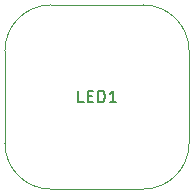
<source format=gbr>
%TF.GenerationSoftware,KiCad,Pcbnew,4.0.5-e0-6337~49~ubuntu16.04.1*%
%TF.CreationDate,2017-01-18T12:25:50-08:00*%
%TF.ProjectId,2x2-LED-TH-5mm-Pitch,3278322D4C45442D54482D356D6D2D50,1.0*%
%TF.FileFunction,Other,Fab,Top*%
%FSLAX46Y46*%
G04 Gerber Fmt 4.6, Leading zero omitted, Abs format (unit mm)*
G04 Created by KiCad (PCBNEW 4.0.5-e0-6337~49~ubuntu16.04.1) date Wed Jan 18 12:25:50 2017*
%MOMM*%
%LPD*%
G01*
G04 APERTURE LIST*
%ADD10C,0.350000*%
%ADD11C,0.040640*%
%ADD12C,0.150000*%
G04 APERTURE END LIST*
D10*
D11*
X138076000Y-97039000D02*
X130276000Y-97039000D01*
X138076000Y-112639000D02*
X130276000Y-112639000D01*
X141976000Y-108739000D02*
X141976000Y-100939000D01*
X126376000Y-108739000D02*
X126376000Y-100939000D01*
X141976000Y-100939000D02*
G75*
G03X138076000Y-97039000I-3900000J0D01*
G01*
X138076000Y-112639000D02*
G75*
G03X141976000Y-108739000I0J3900000D01*
G01*
X126376000Y-108739000D02*
G75*
G03X130276000Y-112639000I3900000J0D01*
G01*
X130276000Y-97039000D02*
G75*
G03X126376000Y-100939000I0J-3900000D01*
G01*
D12*
X133046953Y-105301381D02*
X132570762Y-105301381D01*
X132570762Y-104301381D01*
X133380286Y-104777571D02*
X133713620Y-104777571D01*
X133856477Y-105301381D02*
X133380286Y-105301381D01*
X133380286Y-104301381D01*
X133856477Y-104301381D01*
X134285048Y-105301381D02*
X134285048Y-104301381D01*
X134523143Y-104301381D01*
X134666001Y-104349000D01*
X134761239Y-104444238D01*
X134808858Y-104539476D01*
X134856477Y-104729952D01*
X134856477Y-104872810D01*
X134808858Y-105063286D01*
X134761239Y-105158524D01*
X134666001Y-105253762D01*
X134523143Y-105301381D01*
X134285048Y-105301381D01*
X135808858Y-105301381D02*
X135237429Y-105301381D01*
X135523143Y-105301381D02*
X135523143Y-104301381D01*
X135427905Y-104444238D01*
X135332667Y-104539476D01*
X135237429Y-104587095D01*
M02*

</source>
